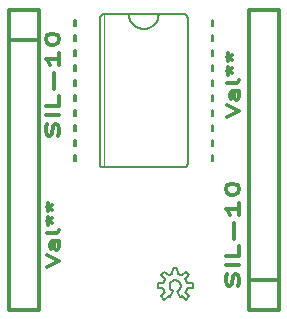
<source format=gto>
G04 ( created by brdgerber.py ( brdgerber.py v0.1 2014-03-12 ) ) date 2021-02-10 09:33:24 EST*
G04 Gerber Fmt 3.4, Leading zero omitted, Abs format*
%MOIN*%
%FSLAX34Y34*%
G01*
G70*
G90*
G04 APERTURE LIST*
%ADD20C,0.0059*%
%ADD18C,0.0472*%
%ADD13C,0.0020*%
%ADD14R,0.0550X0.0550*%
%ADD15C,0.0550*%
%ADD12C,0.0060*%
%ADD10R,0.0800X0.0260*%
%ADD17C,0.0200*%
%ADD16C,0.0120*%
%ADD11C,0.0050*%
%ADD19C,0.0000*%
G04 APERTURE END LIST*
G54D20*
D12*
G01X-00530Y00390D02*
G01X-00530Y05210D01*
D12*
G01X-03470Y00390D02*
G01X-03470Y00386D01*
G01X-03470Y00383D01*
G01X-03470Y00379D01*
G01X-03469Y00375D01*
G01X-03469Y00372D01*
G01X-03468Y00368D01*
G01X-03468Y00364D01*
G01X-03467Y00361D01*
G01X-03466Y00357D01*
G01X-03466Y00354D01*
G01X-03465Y00350D01*
G01X-03464Y00346D01*
G01X-03462Y00343D01*
G01X-03461Y00339D01*
G01X-03460Y00336D01*
G01X-03459Y00333D01*
G01X-03457Y00329D01*
G01X-03456Y00326D01*
G01X-03454Y00323D01*
G01X-03452Y00319D01*
G01X-03451Y00316D01*
G01X-03449Y00313D01*
G01X-03447Y00310D01*
G01X-03445Y00307D01*
G01X-03443Y00304D01*
G01X-03440Y00301D01*
G01X-03438Y00298D01*
G01X-03436Y00295D01*
G01X-03434Y00292D01*
G01X-03431Y00289D01*
G01X-03429Y00287D01*
G01X-03426Y00284D01*
G01X-03423Y00281D01*
G01X-03421Y00279D01*
G01X-03418Y00276D01*
G01X-03415Y00274D01*
G01X-03412Y00272D01*
G01X-03409Y00270D01*
G01X-03406Y00267D01*
G01X-03403Y00265D01*
G01X-03400Y00263D01*
G01X-03397Y00261D01*
G01X-03394Y00259D01*
G01X-03391Y00258D01*
G01X-03387Y00256D01*
G01X-03384Y00254D01*
G01X-03381Y00253D01*
G01X-03377Y00251D01*
G01X-03374Y00250D01*
G01X-03371Y00249D01*
G01X-03367Y00248D01*
G01X-03364Y00246D01*
G01X-03360Y00245D01*
G01X-03356Y00244D01*
G01X-03353Y00244D01*
G01X-03349Y00243D01*
G01X-03346Y00242D01*
G01X-03342Y00242D01*
G01X-03338Y00241D01*
G01X-03335Y00241D01*
G01X-03331Y00240D01*
G01X-03327Y00240D01*
G01X-03324Y00240D01*
G01X-03320Y00240D01*
D12*
G01X-00680Y05360D02*
G01X-00676Y05360D01*
G01X-00673Y05360D01*
G01X-00669Y05360D01*
G01X-00665Y05359D01*
G01X-00662Y05359D01*
G01X-00658Y05358D01*
G01X-00654Y05358D01*
G01X-00651Y05357D01*
G01X-00647Y05356D01*
G01X-00644Y05356D01*
G01X-00640Y05355D01*
G01X-00636Y05354D01*
G01X-00633Y05352D01*
G01X-00629Y05351D01*
G01X-00626Y05350D01*
G01X-00623Y05349D01*
G01X-00619Y05347D01*
G01X-00616Y05346D01*
G01X-00613Y05344D01*
G01X-00609Y05342D01*
G01X-00606Y05341D01*
G01X-00603Y05339D01*
G01X-00600Y05337D01*
G01X-00597Y05335D01*
G01X-00594Y05333D01*
G01X-00591Y05330D01*
G01X-00588Y05328D01*
G01X-00585Y05326D01*
G01X-00582Y05324D01*
G01X-00579Y05321D01*
G01X-00577Y05319D01*
G01X-00574Y05316D01*
G01X-00571Y05313D01*
G01X-00569Y05311D01*
G01X-00566Y05308D01*
G01X-00564Y05305D01*
G01X-00562Y05302D01*
G01X-00560Y05299D01*
G01X-00557Y05296D01*
G01X-00555Y05293D01*
G01X-00553Y05290D01*
G01X-00551Y05287D01*
G01X-00549Y05284D01*
G01X-00548Y05281D01*
G01X-00546Y05277D01*
G01X-00544Y05274D01*
G01X-00543Y05271D01*
G01X-00541Y05267D01*
G01X-00540Y05264D01*
G01X-00539Y05261D01*
G01X-00538Y05257D01*
G01X-00536Y05254D01*
G01X-00535Y05250D01*
G01X-00534Y05246D01*
G01X-00534Y05243D01*
G01X-00533Y05239D01*
G01X-00532Y05236D01*
G01X-00532Y05232D01*
G01X-00531Y05228D01*
G01X-00531Y05225D01*
G01X-00530Y05221D01*
G01X-00530Y05217D01*
G01X-00530Y05214D01*
G01X-00530Y05210D01*
D12*
G01X-00530Y00390D02*
G01X-00530Y00386D01*
G01X-00530Y00383D01*
G01X-00530Y00379D01*
G01X-00531Y00375D01*
G01X-00531Y00372D01*
G01X-00532Y00368D01*
G01X-00532Y00364D01*
G01X-00533Y00361D01*
G01X-00534Y00357D01*
G01X-00534Y00354D01*
G01X-00535Y00350D01*
G01X-00536Y00346D01*
G01X-00538Y00343D01*
G01X-00539Y00339D01*
G01X-00540Y00336D01*
G01X-00541Y00333D01*
G01X-00543Y00329D01*
G01X-00544Y00326D01*
G01X-00546Y00323D01*
G01X-00548Y00319D01*
G01X-00549Y00316D01*
G01X-00551Y00313D01*
G01X-00553Y00310D01*
G01X-00555Y00307D01*
G01X-00557Y00304D01*
G01X-00560Y00301D01*
G01X-00562Y00298D01*
G01X-00564Y00295D01*
G01X-00566Y00292D01*
G01X-00569Y00289D01*
G01X-00571Y00287D01*
G01X-00574Y00284D01*
G01X-00577Y00281D01*
G01X-00579Y00279D01*
G01X-00582Y00276D01*
G01X-00585Y00274D01*
G01X-00588Y00272D01*
G01X-00591Y00270D01*
G01X-00594Y00267D01*
G01X-00597Y00265D01*
G01X-00600Y00263D01*
G01X-00603Y00261D01*
G01X-00606Y00259D01*
G01X-00609Y00258D01*
G01X-00613Y00256D01*
G01X-00616Y00254D01*
G01X-00619Y00253D01*
G01X-00623Y00251D01*
G01X-00626Y00250D01*
G01X-00629Y00249D01*
G01X-00633Y00248D01*
G01X-00636Y00246D01*
G01X-00640Y00245D01*
G01X-00644Y00244D01*
G01X-00647Y00244D01*
G01X-00651Y00243D01*
G01X-00654Y00242D01*
G01X-00658Y00242D01*
G01X-00662Y00241D01*
G01X-00665Y00241D01*
G01X-00669Y00240D01*
G01X-00673Y00240D01*
G01X-00676Y00240D01*
G01X-00680Y00240D01*
D12*
G01X-03320Y05360D02*
G01X-03324Y05360D01*
G01X-03327Y05360D01*
G01X-03331Y05360D01*
G01X-03335Y05359D01*
G01X-03338Y05359D01*
G01X-03342Y05358D01*
G01X-03346Y05358D01*
G01X-03349Y05357D01*
G01X-03353Y05356D01*
G01X-03356Y05356D01*
G01X-03360Y05355D01*
G01X-03364Y05354D01*
G01X-03367Y05352D01*
G01X-03371Y05351D01*
G01X-03374Y05350D01*
G01X-03377Y05349D01*
G01X-03381Y05347D01*
G01X-03384Y05346D01*
G01X-03387Y05344D01*
G01X-03391Y05342D01*
G01X-03394Y05341D01*
G01X-03397Y05339D01*
G01X-03400Y05337D01*
G01X-03403Y05335D01*
G01X-03406Y05333D01*
G01X-03409Y05330D01*
G01X-03412Y05328D01*
G01X-03415Y05326D01*
G01X-03418Y05324D01*
G01X-03421Y05321D01*
G01X-03423Y05319D01*
G01X-03426Y05316D01*
G01X-03429Y05313D01*
G01X-03431Y05311D01*
G01X-03434Y05308D01*
G01X-03436Y05305D01*
G01X-03438Y05302D01*
G01X-03440Y05299D01*
G01X-03443Y05296D01*
G01X-03445Y05293D01*
G01X-03447Y05290D01*
G01X-03449Y05287D01*
G01X-03451Y05284D01*
G01X-03452Y05281D01*
G01X-03454Y05277D01*
G01X-03456Y05274D01*
G01X-03457Y05271D01*
G01X-03459Y05267D01*
G01X-03460Y05264D01*
G01X-03461Y05261D01*
G01X-03462Y05257D01*
G01X-03464Y05254D01*
G01X-03465Y05250D01*
G01X-03466Y05246D01*
G01X-03466Y05243D01*
G01X-03467Y05239D01*
G01X-03468Y05236D01*
G01X-03468Y05232D01*
G01X-03469Y05228D01*
G01X-03469Y05225D01*
G01X-03470Y05221D01*
G01X-03470Y05217D01*
G01X-03470Y05214D01*
G01X-03470Y05210D01*
D12*
G01X-03470Y05210D02*
G01X-03470Y00390D01*
D12*
G01X-03320Y00240D02*
G01X-00680Y00240D01*
D12*
G01X-00680Y05360D02*
G01X-01500Y05360D01*
D12*
G01X-01500Y05360D02*
G01X-02500Y05360D01*
D12*
G01X-02500Y05360D02*
G01X-03320Y05360D01*
D13*
G01X-03330Y05350D02*
G01X-03330Y00250D01*
D12*
G01X-01500Y05360D02*
G01X-01501Y05335D01*
G01X-01502Y05311D01*
G01X-01505Y05287D01*
G01X-01510Y05262D01*
G01X-01515Y05239D01*
G01X-01522Y05215D01*
G01X-01529Y05192D01*
G01X-01538Y05169D01*
G01X-01548Y05146D01*
G01X-01559Y05124D01*
G01X-01571Y05103D01*
G01X-01584Y05082D01*
G01X-01598Y05062D01*
G01X-01613Y05043D01*
G01X-01630Y05024D01*
G01X-01646Y05006D01*
G01X-01664Y04990D01*
G01X-01683Y04973D01*
G01X-01702Y04958D01*
G01X-01722Y04944D01*
G01X-01743Y04931D01*
G01X-01764Y04919D01*
G01X-01786Y04908D01*
G01X-01809Y04898D01*
G01X-01832Y04889D01*
G01X-01855Y04882D01*
G01X-01879Y04875D01*
G01X-01902Y04870D01*
G01X-01927Y04865D01*
G01X-01951Y04862D01*
G01X-01975Y04861D01*
G01X-02000Y04860D01*
G01X-02025Y04861D01*
G01X-02049Y04862D01*
G01X-02073Y04865D01*
G01X-02098Y04870D01*
G01X-02121Y04875D01*
G01X-02145Y04882D01*
G01X-02168Y04889D01*
G01X-02191Y04898D01*
G01X-02214Y04908D01*
G01X-02236Y04919D01*
G01X-02257Y04931D01*
G01X-02278Y04944D01*
G01X-02298Y04958D01*
G01X-02317Y04973D01*
G01X-02336Y04990D01*
G01X-02354Y05006D01*
G01X-02370Y05024D01*
G01X-02387Y05043D01*
G01X-02402Y05062D01*
G01X-02416Y05082D01*
G01X-02429Y05103D01*
G01X-02441Y05124D01*
G01X-02452Y05146D01*
G01X-02462Y05169D01*
G01X-02471Y05192D01*
G01X-02478Y05215D01*
G01X-02485Y05239D01*
G01X-02490Y05262D01*
G01X-02495Y05287D01*
G01X-02498Y05311D01*
G01X-02499Y05335D01*
G01X-02500Y05360D01*
D11*
G01X-04320Y05150D02*
G01X-04320Y04950D01*
D11*
G01X-04320Y04950D02*
G01X-04270Y04950D01*
D11*
G01X-04270Y04950D02*
G01X-04270Y05150D01*
D11*
G01X-04270Y05150D02*
G01X-04320Y05150D01*
D11*
G01X-04320Y04650D02*
G01X-04320Y04450D01*
D11*
G01X-04320Y04450D02*
G01X-04270Y04450D01*
D11*
G01X-04270Y04450D02*
G01X-04270Y04650D01*
D11*
G01X-04270Y04650D02*
G01X-04320Y04650D01*
D11*
G01X-04320Y04150D02*
G01X-04320Y03950D01*
D11*
G01X-04320Y03950D02*
G01X-04270Y03950D01*
D11*
G01X-04270Y03950D02*
G01X-04270Y04150D01*
D11*
G01X-04270Y04150D02*
G01X-04320Y04150D01*
D11*
G01X-04320Y03650D02*
G01X-04320Y03450D01*
D11*
G01X-04320Y03450D02*
G01X-04270Y03450D01*
D11*
G01X-04270Y03450D02*
G01X-04270Y03650D01*
D11*
G01X-04270Y03650D02*
G01X-04320Y03650D01*
D11*
G01X-04320Y03150D02*
G01X-04320Y02950D01*
D11*
G01X-04320Y02950D02*
G01X-04270Y02950D01*
D11*
G01X-04270Y02950D02*
G01X-04270Y03150D01*
D11*
G01X-04270Y03150D02*
G01X-04320Y03150D01*
D11*
G01X-04320Y02650D02*
G01X-04320Y02450D01*
D11*
G01X-04320Y02450D02*
G01X-04270Y02450D01*
D11*
G01X-04270Y02450D02*
G01X-04270Y02650D01*
D11*
G01X-04270Y02650D02*
G01X-04320Y02650D01*
D11*
G01X-04320Y02150D02*
G01X-04320Y01950D01*
D11*
G01X-04320Y01950D02*
G01X-04270Y01950D01*
D11*
G01X-04270Y01950D02*
G01X-04270Y02150D01*
D11*
G01X-04270Y02150D02*
G01X-04320Y02150D01*
D11*
G01X-04320Y01650D02*
G01X-04320Y01450D01*
D11*
G01X-04320Y01450D02*
G01X-04270Y01450D01*
D11*
G01X-04270Y01450D02*
G01X-04270Y01650D01*
D11*
G01X-04270Y01650D02*
G01X-04320Y01650D01*
D11*
G01X00270Y05150D02*
G01X00270Y04950D01*
D11*
G01X00270Y04950D02*
G01X00320Y04950D01*
D11*
G01X00320Y04950D02*
G01X00320Y05150D01*
D11*
G01X00320Y05150D02*
G01X00270Y05150D01*
D11*
G01X00270Y04650D02*
G01X00270Y04450D01*
D11*
G01X00270Y04450D02*
G01X00320Y04450D01*
D11*
G01X00320Y04450D02*
G01X00320Y04650D01*
D11*
G01X00320Y04650D02*
G01X00270Y04650D01*
D11*
G01X00270Y04150D02*
G01X00270Y03950D01*
D11*
G01X00270Y03950D02*
G01X00320Y03950D01*
D11*
G01X00320Y03950D02*
G01X00320Y04150D01*
D11*
G01X00320Y04150D02*
G01X00270Y04150D01*
D11*
G01X00270Y03650D02*
G01X00270Y03450D01*
D11*
G01X00270Y03450D02*
G01X00320Y03450D01*
D11*
G01X00320Y03450D02*
G01X00320Y03650D01*
D11*
G01X00320Y03650D02*
G01X00270Y03650D01*
D11*
G01X00270Y03150D02*
G01X00270Y02950D01*
D11*
G01X00270Y02950D02*
G01X00320Y02950D01*
D11*
G01X00320Y02950D02*
G01X00320Y03150D01*
D11*
G01X00320Y03150D02*
G01X00270Y03150D01*
D11*
G01X00270Y02650D02*
G01X00270Y02450D01*
D11*
G01X00270Y02450D02*
G01X00320Y02450D01*
D11*
G01X00320Y02450D02*
G01X00320Y02650D01*
D11*
G01X00320Y02650D02*
G01X00270Y02650D01*
D11*
G01X00270Y02150D02*
G01X00270Y01950D01*
D11*
G01X00270Y01950D02*
G01X00320Y01950D01*
D11*
G01X00320Y01950D02*
G01X00320Y02150D01*
D11*
G01X00320Y02150D02*
G01X00270Y02150D01*
D11*
G01X00270Y01650D02*
G01X00270Y01450D01*
D11*
G01X00270Y01450D02*
G01X00320Y01450D01*
D11*
G01X00320Y01450D02*
G01X00320Y01650D01*
D11*
G01X00320Y01650D02*
G01X00270Y01650D01*
D11*
G01X00270Y01150D02*
G01X00270Y00950D01*
D11*
G01X00270Y00950D02*
G01X00320Y00950D01*
D11*
G01X00320Y00950D02*
G01X00320Y01150D01*
D11*
G01X00320Y01150D02*
G01X00270Y01150D01*
D11*
G01X00270Y00650D02*
G01X00270Y00450D01*
D11*
G01X00270Y00450D02*
G01X00320Y00450D01*
D11*
G01X00320Y00450D02*
G01X00320Y00650D01*
D11*
G01X00320Y00650D02*
G01X00270Y00650D01*
D11*
G01X-04320Y01150D02*
G01X-04320Y00950D01*
D11*
G01X-04320Y00950D02*
G01X-04270Y00950D01*
D11*
G01X-04270Y00950D02*
G01X-04270Y01150D01*
D11*
G01X-04270Y01150D02*
G01X-04320Y01150D01*
D11*
G01X-04320Y00650D02*
G01X-04320Y00450D01*
D11*
G01X-04320Y00450D02*
G01X-04270Y00450D01*
D11*
G01X-04270Y00450D02*
G01X-04270Y00650D01*
D11*
G01X-04270Y00650D02*
G01X-04320Y00650D01*
D16*
G01X02500Y-04500D02*
G01X01500Y-04500D01*
D16*
G01X01500Y-04500D02*
G01X01500Y05500D01*
D16*
G01X01500Y05500D02*
G01X02500Y05500D01*
D16*
G01X02500Y05500D02*
G01X02500Y-04500D01*
D16*
G01X02500Y-03500D02*
G01X01500Y-03500D01*
D16*
G01X01153Y-03703D02*
G01X01173Y-03605D01*
G01X01173Y-03443D01*
G01X01153Y-03378D01*
G01X01132Y-03346D01*
G01X01092Y-03313D01*
G01X01051Y-03313D01*
G01X01010Y-03346D01*
G01X00990Y-03378D01*
G01X00969Y-03443D01*
G01X00949Y-03573D01*
G01X00929Y-03638D01*
G01X00908Y-03670D01*
G01X00868Y-03703D01*
G01X00827Y-03703D01*
G01X00786Y-03670D01*
G01X00766Y-03638D01*
G01X00745Y-03573D01*
G01X00745Y-03411D01*
G01X00766Y-03313D01*
D16*
G01X01173Y-03022D02*
G01X00745Y-03022D01*
D16*
G01X01173Y-02373D02*
G01X01173Y-02697D01*
G01X00745Y-02697D01*
D16*
G01X01010Y-02146D02*
G01X01010Y-01627D01*
D16*
G01X01173Y-00946D02*
G01X01173Y-01335D01*
D16*
G01X01173Y-01141D02*
G01X00745Y-01141D01*
G01X00806Y-01206D01*
G01X00847Y-01270D01*
G01X00868Y-01335D01*
D16*
G01X00745Y-00525D02*
G01X00745Y-00460D01*
G01X00766Y-00395D01*
G01X00786Y-00362D01*
G01X00827Y-00330D01*
G01X00908Y-00298D01*
G01X01010Y-00298D01*
G01X01092Y-00330D01*
G01X01132Y-00362D01*
G01X01153Y-00395D01*
G01X01173Y-00460D01*
G01X01173Y-00525D01*
G01X01153Y-00589D01*
G01X01132Y-00622D01*
G01X01092Y-00654D01*
G01X01010Y-00687D01*
G01X00908Y-00687D01*
G01X00827Y-00654D01*
G01X00786Y-00622D01*
G01X00766Y-00589D01*
G01X00745Y-00525D01*
D16*
G01X00762Y01914D02*
G01X01162Y02114D01*
G01X00762Y02314D01*
D16*
G01X01162Y02771D02*
G01X00952Y02771D01*
G01X00914Y02743D01*
G01X00895Y02686D01*
G01X00895Y02571D01*
G01X00914Y02514D01*
D16*
G01X01143Y02771D02*
G01X01162Y02714D01*
G01X01162Y02571D01*
G01X01143Y02514D01*
G01X01105Y02486D01*
G01X01067Y02486D01*
G01X01029Y02514D01*
G01X01010Y02571D01*
G01X01010Y02714D01*
G01X00990Y02771D01*
D16*
G01X01162Y03143D02*
G01X01143Y03086D01*
G01X01105Y03057D01*
G01X00762Y03057D01*
D16*
G01X00762Y03457D02*
G01X00857Y03457D01*
D16*
G01X00819Y03314D02*
G01X00857Y03457D01*
G01X00819Y03600D01*
D16*
G01X00933Y03371D02*
G01X00857Y03457D01*
G01X00933Y03543D01*
D16*
G01X00762Y03914D02*
G01X00857Y03914D01*
D16*
G01X00819Y03771D02*
G01X00857Y03914D01*
G01X00819Y04057D01*
D16*
G01X00933Y03829D02*
G01X00857Y03914D01*
G01X00933Y04000D01*
D16*
G01X-06500Y05500D02*
G01X-05500Y05500D01*
D16*
G01X-05500Y05500D02*
G01X-05500Y-04500D01*
D16*
G01X-05500Y-04500D02*
G01X-06500Y-04500D01*
D16*
G01X-06500Y-04500D02*
G01X-06500Y05500D01*
D16*
G01X-06500Y04500D02*
G01X-05500Y04500D01*
D16*
G01X-04847Y01298D02*
G01X-04827Y01395D01*
G01X-04827Y01557D01*
G01X-04847Y01622D01*
G01X-04868Y01654D01*
G01X-04908Y01687D01*
G01X-04949Y01687D01*
G01X-04990Y01654D01*
G01X-05010Y01622D01*
G01X-05031Y01557D01*
G01X-05051Y01427D01*
G01X-05071Y01362D01*
G01X-05092Y01330D01*
G01X-05132Y01298D01*
G01X-05173Y01298D01*
G01X-05214Y01330D01*
G01X-05234Y01362D01*
G01X-05255Y01427D01*
G01X-05255Y01589D01*
G01X-05234Y01687D01*
D16*
G01X-04827Y01978D02*
G01X-05255Y01978D01*
D16*
G01X-04827Y02627D02*
G01X-04827Y02303D01*
G01X-05255Y02303D01*
D16*
G01X-04990Y02854D02*
G01X-04990Y03373D01*
D16*
G01X-04827Y04054D02*
G01X-04827Y03665D01*
D16*
G01X-04827Y03859D02*
G01X-05255Y03859D01*
G01X-05194Y03795D01*
G01X-05153Y03730D01*
G01X-05132Y03665D01*
D16*
G01X-05255Y04476D02*
G01X-05255Y04540D01*
G01X-05234Y04605D01*
G01X-05214Y04638D01*
G01X-05173Y04670D01*
G01X-05092Y04703D01*
G01X-04990Y04703D01*
G01X-04908Y04670D01*
G01X-04868Y04638D01*
G01X-04847Y04605D01*
G01X-04827Y04540D01*
G01X-04827Y04476D01*
G01X-04847Y04411D01*
G01X-04868Y04378D01*
G01X-04908Y04346D01*
G01X-04990Y04313D01*
G01X-05092Y04313D01*
G01X-05173Y04346D01*
G01X-05214Y04378D01*
G01X-05234Y04411D01*
G01X-05255Y04476D01*
D16*
G01X-05238Y-03086D02*
G01X-04838Y-02886D01*
G01X-05238Y-02686D01*
D16*
G01X-04838Y-02229D02*
G01X-05048Y-02229D01*
G01X-05086Y-02257D01*
G01X-05105Y-02314D01*
G01X-05105Y-02429D01*
G01X-05086Y-02486D01*
D16*
G01X-04857Y-02229D02*
G01X-04838Y-02286D01*
G01X-04838Y-02429D01*
G01X-04857Y-02486D01*
G01X-04895Y-02514D01*
G01X-04933Y-02514D01*
G01X-04971Y-02486D01*
G01X-04990Y-02429D01*
G01X-04990Y-02286D01*
G01X-05010Y-02229D01*
D16*
G01X-04838Y-01857D02*
G01X-04857Y-01914D01*
G01X-04895Y-01943D01*
G01X-05238Y-01943D01*
D16*
G01X-05238Y-01543D02*
G01X-05143Y-01543D01*
D16*
G01X-05181Y-01686D02*
G01X-05143Y-01543D01*
G01X-05181Y-01400D01*
D16*
G01X-05067Y-01629D02*
G01X-05143Y-01543D01*
G01X-05067Y-01457D01*
D16*
G01X-05238Y-01086D02*
G01X-05143Y-01086D01*
D16*
G01X-05181Y-01229D02*
G01X-05143Y-01086D01*
G01X-05181Y-00943D01*
D16*
G01X-05067Y-01171D02*
G01X-05143Y-01086D01*
G01X-05067Y-01000D01*
D20*
G01X-00795Y-04075D02*
G01X-00794Y-04075D01*
G01X-00793Y-04074D01*
G01X-00792Y-04074D01*
G01X-00791Y-04073D01*
G01X-00790Y-04073D01*
G01X-00789Y-04073D01*
G01X-00788Y-04072D01*
G01X-00787Y-04072D01*
G01X-00786Y-04071D01*
G01X-00785Y-04071D01*
G01X-00784Y-04070D01*
G01X-00784Y-04070D01*
G01X-00783Y-04070D01*
G01X-00782Y-04069D01*
G01X-00781Y-04069D01*
G01X-00780Y-04068D01*
G01X-00779Y-04068D01*
G01X-00778Y-04067D01*
G01X-00777Y-04067D01*
G01X-00776Y-04067D01*
G01X-00775Y-04066D01*
G01X-00774Y-04066D01*
G01X-00773Y-04065D01*
G01X-00772Y-04065D01*
G01X-00771Y-04064D01*
G01X-00770Y-04064D01*
G01X-00769Y-04063D01*
G01X-00769Y-04063D01*
G01X-00768Y-04062D01*
G01X-00767Y-04062D01*
G01X-00766Y-04062D01*
G01X-00765Y-04061D01*
G01X-00764Y-04061D01*
G01X-00763Y-04060D01*
G01X-00762Y-04060D01*
G01X-00761Y-04059D01*
G01X-00760Y-04059D01*
G01X-00759Y-04058D01*
G01X-00758Y-04058D01*
G01X-00757Y-04057D01*
G01X-00757Y-04057D01*
G01X-00756Y-04056D01*
G01X-00755Y-04056D01*
G01X-00754Y-04055D01*
G01X-00753Y-04055D01*
G01X-00752Y-04054D01*
G01X-00751Y-04054D01*
G01X-00750Y-04053D01*
G01X-00749Y-04053D01*
G01X-00748Y-04052D01*
G01X-00747Y-04052D01*
G01X-00747Y-04051D01*
G01X-00746Y-04051D01*
G01X-00745Y-04050D01*
G01X-00744Y-04049D01*
G01X-00743Y-04049D01*
G01X-00742Y-04048D01*
G01X-00741Y-04048D01*
G01X-00740Y-04047D01*
G01X-00739Y-04047D01*
G01X-00738Y-04046D01*
G01X-00738Y-04046D01*
G01X-00737Y-04045D01*
G01X-00736Y-04045D01*
D20*
G01X-00735Y-04044D02*
G01X-00587Y-04165D01*
D20*
G01X-00587Y-04165D02*
G01X-00485Y-04063D01*
D20*
G01X-00485Y-04063D02*
G01X-00606Y-03915D01*
D20*
G01X-00606Y-03915D02*
G01X-00605Y-03913D01*
G01X-00604Y-03911D01*
G01X-00603Y-03910D01*
G01X-00602Y-03908D01*
G01X-00601Y-03906D01*
G01X-00599Y-03904D01*
G01X-00598Y-03902D01*
G01X-00597Y-03901D01*
G01X-00596Y-03899D01*
G01X-00595Y-03897D01*
G01X-00594Y-03895D01*
G01X-00593Y-03893D01*
G01X-00592Y-03891D01*
G01X-00591Y-03890D01*
G01X-00590Y-03888D01*
G01X-00589Y-03886D01*
G01X-00588Y-03884D01*
G01X-00587Y-03882D01*
G01X-00587Y-03880D01*
G01X-00586Y-03878D01*
G01X-00585Y-03876D01*
G01X-00584Y-03874D01*
G01X-00583Y-03873D01*
G01X-00582Y-03871D01*
G01X-00581Y-03869D01*
G01X-00580Y-03867D01*
G01X-00579Y-03865D01*
G01X-00579Y-03863D01*
G01X-00578Y-03861D01*
G01X-00577Y-03859D01*
G01X-00576Y-03857D01*
G01X-00575Y-03855D01*
G01X-00574Y-03853D01*
G01X-00574Y-03851D01*
G01X-00573Y-03849D01*
G01X-00572Y-03847D01*
G01X-00571Y-03846D01*
G01X-00571Y-03844D01*
G01X-00570Y-03842D01*
G01X-00569Y-03840D01*
G01X-00568Y-03838D01*
G01X-00568Y-03836D01*
G01X-00567Y-03834D01*
G01X-00566Y-03832D01*
G01X-00566Y-03830D01*
G01X-00565Y-03828D01*
G01X-00564Y-03826D01*
G01X-00564Y-03824D01*
G01X-00563Y-03822D01*
G01X-00562Y-03820D01*
G01X-00562Y-03818D01*
G01X-00561Y-03816D01*
G01X-00561Y-03814D01*
G01X-00560Y-03812D01*
G01X-00559Y-03810D01*
G01X-00559Y-03808D01*
G01X-00558Y-03806D01*
G01X-00558Y-03804D01*
G01X-00557Y-03801D01*
G01X-00557Y-03799D01*
G01X-00556Y-03797D01*
G01X-00556Y-03795D01*
G01X-00555Y-03793D01*
G01X-00555Y-03791D01*
D20*
G01X-00555Y-03791D02*
G01X-00364Y-03771D01*
D20*
G01X-00364Y-03771D02*
G01X-00364Y-03629D01*
D20*
G01X-00364Y-03629D02*
G01X-00555Y-03609D01*
D20*
G01X-00555Y-03609D02*
G01X-00555Y-03607D01*
G01X-00556Y-03605D01*
G01X-00556Y-03603D01*
G01X-00557Y-03601D01*
G01X-00557Y-03599D01*
G01X-00558Y-03597D01*
G01X-00559Y-03595D01*
G01X-00559Y-03593D01*
G01X-00560Y-03591D01*
G01X-00560Y-03589D01*
G01X-00561Y-03587D01*
G01X-00561Y-03585D01*
G01X-00562Y-03583D01*
G01X-00563Y-03581D01*
G01X-00563Y-03579D01*
G01X-00564Y-03577D01*
G01X-00565Y-03575D01*
G01X-00565Y-03573D01*
G01X-00566Y-03571D01*
G01X-00567Y-03569D01*
G01X-00567Y-03567D01*
G01X-00568Y-03565D01*
G01X-00569Y-03563D01*
G01X-00569Y-03561D01*
G01X-00570Y-03559D01*
G01X-00571Y-03557D01*
G01X-00572Y-03555D01*
G01X-00572Y-03553D01*
G01X-00573Y-03551D01*
G01X-00574Y-03549D01*
G01X-00575Y-03547D01*
G01X-00575Y-03545D01*
G01X-00576Y-03543D01*
G01X-00577Y-03541D01*
G01X-00578Y-03539D01*
G01X-00579Y-03537D01*
G01X-00580Y-03535D01*
G01X-00580Y-03533D01*
G01X-00581Y-03532D01*
G01X-00582Y-03530D01*
G01X-00583Y-03528D01*
G01X-00584Y-03526D01*
G01X-00585Y-03524D01*
G01X-00586Y-03522D01*
G01X-00587Y-03520D01*
G01X-00588Y-03518D01*
G01X-00589Y-03516D01*
G01X-00590Y-03515D01*
G01X-00591Y-03513D01*
G01X-00591Y-03511D01*
G01X-00592Y-03509D01*
G01X-00593Y-03507D01*
G01X-00594Y-03505D01*
G01X-00595Y-03503D01*
G01X-00597Y-03502D01*
G01X-00598Y-03500D01*
G01X-00599Y-03498D01*
G01X-00600Y-03496D01*
G01X-00601Y-03494D01*
G01X-00602Y-03493D01*
G01X-00603Y-03491D01*
G01X-00604Y-03489D01*
G01X-00605Y-03487D01*
G01X-00606Y-03485D01*
D20*
G01X-00606Y-03485D02*
G01X-00485Y-03337D01*
D20*
G01X-00485Y-03337D02*
G01X-00587Y-03235D01*
D20*
G01X-00587Y-03235D02*
G01X-00735Y-03356D01*
D20*
G01X-00735Y-03356D02*
G01X-00737Y-03355D01*
G01X-00739Y-03354D01*
G01X-00740Y-03353D01*
G01X-00742Y-03352D01*
G01X-00744Y-03351D01*
G01X-00746Y-03349D01*
G01X-00748Y-03348D01*
G01X-00749Y-03347D01*
G01X-00751Y-03346D01*
G01X-00753Y-03345D01*
G01X-00755Y-03344D01*
G01X-00757Y-03343D01*
G01X-00759Y-03342D01*
G01X-00760Y-03341D01*
G01X-00762Y-03340D01*
G01X-00764Y-03339D01*
G01X-00766Y-03338D01*
G01X-00768Y-03337D01*
G01X-00770Y-03337D01*
G01X-00772Y-03336D01*
G01X-00774Y-03335D01*
G01X-00776Y-03334D01*
G01X-00777Y-03333D01*
G01X-00779Y-03332D01*
G01X-00781Y-03331D01*
G01X-00783Y-03330D01*
G01X-00785Y-03329D01*
G01X-00787Y-03329D01*
G01X-00789Y-03328D01*
G01X-00791Y-03327D01*
G01X-00793Y-03326D01*
G01X-00795Y-03325D01*
G01X-00797Y-03324D01*
G01X-00799Y-03324D01*
G01X-00801Y-03323D01*
G01X-00803Y-03322D01*
G01X-00804Y-03321D01*
G01X-00806Y-03321D01*
G01X-00808Y-03320D01*
G01X-00810Y-03319D01*
G01X-00812Y-03318D01*
G01X-00814Y-03318D01*
G01X-00816Y-03317D01*
G01X-00818Y-03316D01*
G01X-00820Y-03316D01*
G01X-00822Y-03315D01*
G01X-00824Y-03314D01*
G01X-00826Y-03314D01*
G01X-00828Y-03313D01*
G01X-00830Y-03312D01*
G01X-00832Y-03312D01*
G01X-00834Y-03311D01*
G01X-00836Y-03311D01*
G01X-00838Y-03310D01*
G01X-00840Y-03309D01*
G01X-00842Y-03309D01*
G01X-00844Y-03308D01*
G01X-00846Y-03308D01*
G01X-00849Y-03307D01*
G01X-00851Y-03307D01*
G01X-00853Y-03306D01*
G01X-00855Y-03306D01*
G01X-00857Y-03305D01*
G01X-00859Y-03305D01*
D20*
G01X-00859Y-03305D02*
G01X-00879Y-03114D01*
D20*
G01X-00879Y-03114D02*
G01X-01021Y-03114D01*
D20*
G01X-01021Y-03114D02*
G01X-01041Y-03305D01*
D20*
G01X-01041Y-03305D02*
G01X-01043Y-03305D01*
G01X-01045Y-03306D01*
G01X-01047Y-03306D01*
G01X-01049Y-03307D01*
G01X-01051Y-03307D01*
G01X-01053Y-03308D01*
G01X-01055Y-03309D01*
G01X-01057Y-03309D01*
G01X-01059Y-03310D01*
G01X-01061Y-03310D01*
G01X-01063Y-03311D01*
G01X-01065Y-03311D01*
G01X-01067Y-03312D01*
G01X-01069Y-03313D01*
G01X-01071Y-03313D01*
G01X-01073Y-03314D01*
G01X-01075Y-03315D01*
G01X-01077Y-03315D01*
G01X-01079Y-03316D01*
G01X-01081Y-03317D01*
G01X-01083Y-03317D01*
G01X-01085Y-03318D01*
G01X-01087Y-03319D01*
G01X-01089Y-03319D01*
G01X-01091Y-03320D01*
G01X-01093Y-03321D01*
G01X-01095Y-03322D01*
G01X-01097Y-03322D01*
G01X-01099Y-03323D01*
G01X-01101Y-03324D01*
G01X-01103Y-03325D01*
G01X-01105Y-03325D01*
G01X-01107Y-03326D01*
G01X-01109Y-03327D01*
G01X-01111Y-03328D01*
G01X-01113Y-03329D01*
G01X-01115Y-03330D01*
G01X-01117Y-03330D01*
G01X-01118Y-03331D01*
G01X-01120Y-03332D01*
G01X-01122Y-03333D01*
G01X-01124Y-03334D01*
G01X-01126Y-03335D01*
G01X-01128Y-03336D01*
G01X-01130Y-03337D01*
G01X-01132Y-03338D01*
G01X-01134Y-03339D01*
G01X-01135Y-03340D01*
G01X-01137Y-03341D01*
G01X-01139Y-03341D01*
G01X-01141Y-03342D01*
G01X-01143Y-03343D01*
G01X-01145Y-03344D01*
G01X-01147Y-03345D01*
G01X-01148Y-03347D01*
G01X-01150Y-03348D01*
G01X-01152Y-03349D01*
G01X-01154Y-03350D01*
G01X-01156Y-03351D01*
G01X-01157Y-03352D01*
G01X-01159Y-03353D01*
G01X-01161Y-03354D01*
G01X-01163Y-03355D01*
G01X-01165Y-03356D01*
D20*
G01X-01165Y-03356D02*
G01X-01313Y-03235D01*
D20*
G01X-01313Y-03235D02*
G01X-01415Y-03337D01*
D20*
G01X-01415Y-03337D02*
G01X-01294Y-03485D01*
D20*
G01X-01294Y-03485D02*
G01X-01295Y-03487D01*
G01X-01296Y-03489D01*
G01X-01297Y-03490D01*
G01X-01298Y-03492D01*
G01X-01299Y-03494D01*
G01X-01301Y-03496D01*
G01X-01302Y-03498D01*
G01X-01303Y-03499D01*
G01X-01304Y-03501D01*
G01X-01305Y-03503D01*
G01X-01306Y-03505D01*
G01X-01307Y-03507D01*
G01X-01308Y-03509D01*
G01X-01309Y-03510D01*
G01X-01310Y-03512D01*
G01X-01311Y-03514D01*
G01X-01312Y-03516D01*
G01X-01313Y-03518D01*
G01X-01313Y-03520D01*
G01X-01314Y-03522D01*
G01X-01315Y-03524D01*
G01X-01316Y-03526D01*
G01X-01317Y-03527D01*
G01X-01318Y-03529D01*
G01X-01319Y-03531D01*
G01X-01320Y-03533D01*
G01X-01321Y-03535D01*
G01X-01321Y-03537D01*
G01X-01322Y-03539D01*
G01X-01323Y-03541D01*
G01X-01324Y-03543D01*
G01X-01325Y-03545D01*
G01X-01326Y-03547D01*
G01X-01326Y-03549D01*
G01X-01327Y-03551D01*
G01X-01328Y-03553D01*
G01X-01329Y-03554D01*
G01X-01329Y-03556D01*
G01X-01330Y-03558D01*
G01X-01331Y-03560D01*
G01X-01332Y-03562D01*
G01X-01332Y-03564D01*
G01X-01333Y-03566D01*
G01X-01334Y-03568D01*
G01X-01334Y-03570D01*
G01X-01335Y-03572D01*
G01X-01336Y-03574D01*
G01X-01336Y-03576D01*
G01X-01337Y-03578D01*
G01X-01338Y-03580D01*
G01X-01338Y-03582D01*
G01X-01339Y-03584D01*
G01X-01339Y-03586D01*
G01X-01340Y-03588D01*
G01X-01341Y-03590D01*
G01X-01341Y-03592D01*
G01X-01342Y-03594D01*
G01X-01342Y-03596D01*
G01X-01343Y-03599D01*
G01X-01343Y-03601D01*
G01X-01344Y-03603D01*
G01X-01344Y-03605D01*
G01X-01345Y-03607D01*
G01X-01345Y-03609D01*
D20*
G01X-01345Y-03609D02*
G01X-01536Y-03629D01*
D20*
G01X-01536Y-03629D02*
G01X-01536Y-03771D01*
D20*
G01X-01536Y-03771D02*
G01X-01345Y-03791D01*
D20*
G01X-01345Y-03791D02*
G01X-01345Y-03793D01*
G01X-01344Y-03795D01*
G01X-01344Y-03797D01*
G01X-01343Y-03799D01*
G01X-01343Y-03801D01*
G01X-01342Y-03803D01*
G01X-01341Y-03805D01*
G01X-01341Y-03807D01*
G01X-01340Y-03809D01*
G01X-01340Y-03811D01*
G01X-01339Y-03813D01*
G01X-01339Y-03815D01*
G01X-01338Y-03817D01*
G01X-01337Y-03819D01*
G01X-01337Y-03821D01*
G01X-01336Y-03823D01*
G01X-01335Y-03825D01*
G01X-01335Y-03827D01*
G01X-01334Y-03829D01*
G01X-01333Y-03831D01*
G01X-01333Y-03833D01*
G01X-01332Y-03835D01*
G01X-01331Y-03837D01*
G01X-01331Y-03839D01*
G01X-01330Y-03841D01*
G01X-01329Y-03843D01*
G01X-01328Y-03845D01*
G01X-01328Y-03847D01*
G01X-01327Y-03849D01*
G01X-01326Y-03851D01*
G01X-01325Y-03853D01*
G01X-01325Y-03855D01*
G01X-01324Y-03857D01*
G01X-01323Y-03859D01*
G01X-01322Y-03861D01*
G01X-01321Y-03863D01*
G01X-01320Y-03865D01*
G01X-01320Y-03867D01*
G01X-01319Y-03868D01*
G01X-01318Y-03870D01*
G01X-01317Y-03872D01*
G01X-01316Y-03874D01*
G01X-01315Y-03876D01*
G01X-01314Y-03878D01*
G01X-01313Y-03880D01*
G01X-01312Y-03882D01*
G01X-01311Y-03884D01*
G01X-01310Y-03885D01*
G01X-01309Y-03887D01*
G01X-01309Y-03889D01*
G01X-01308Y-03891D01*
G01X-01307Y-03893D01*
G01X-01306Y-03895D01*
G01X-01305Y-03897D01*
G01X-01303Y-03898D01*
G01X-01302Y-03900D01*
G01X-01301Y-03902D01*
G01X-01300Y-03904D01*
G01X-01299Y-03906D01*
G01X-01298Y-03907D01*
G01X-01297Y-03909D01*
G01X-01296Y-03911D01*
G01X-01295Y-03913D01*
G01X-01294Y-03915D01*
D20*
G01X-01294Y-03915D02*
G01X-01415Y-04063D01*
D20*
G01X-01415Y-04063D02*
G01X-01313Y-04165D01*
D20*
G01X-01313Y-04165D02*
G01X-01165Y-04044D01*
D20*
G01X-01165Y-04044D02*
G01X-01164Y-04045D01*
G01X-01163Y-04045D01*
G01X-01162Y-04046D01*
G01X-01161Y-04046D01*
G01X-01161Y-04047D01*
G01X-01160Y-04047D01*
G01X-01159Y-04048D01*
G01X-01158Y-04048D01*
G01X-01157Y-04049D01*
G01X-01156Y-04049D01*
G01X-01155Y-04050D01*
G01X-01154Y-04050D01*
G01X-01153Y-04051D01*
G01X-01153Y-04051D01*
G01X-01152Y-04052D01*
G01X-01151Y-04053D01*
G01X-01150Y-04053D01*
G01X-01149Y-04054D01*
G01X-01148Y-04054D01*
G01X-01147Y-04055D01*
G01X-01146Y-04055D01*
G01X-01145Y-04056D01*
G01X-01144Y-04056D01*
G01X-01143Y-04057D01*
G01X-01143Y-04057D01*
G01X-01142Y-04058D01*
G01X-01141Y-04058D01*
G01X-01140Y-04059D01*
G01X-01139Y-04059D01*
G01X-01138Y-04060D01*
G01X-01137Y-04060D01*
G01X-01136Y-04060D01*
G01X-01135Y-04061D01*
G01X-01134Y-04061D01*
G01X-01133Y-04062D01*
G01X-01132Y-04062D01*
G01X-01131Y-04063D01*
G01X-01131Y-04063D01*
G01X-01130Y-04064D01*
G01X-01129Y-04064D01*
G01X-01128Y-04065D01*
G01X-01127Y-04065D01*
G01X-01126Y-04066D01*
G01X-01125Y-04066D01*
G01X-01124Y-04066D01*
G01X-01123Y-04067D01*
G01X-01122Y-04067D01*
G01X-01121Y-04068D01*
G01X-01120Y-04068D01*
G01X-01119Y-04069D01*
G01X-01118Y-04069D01*
G01X-01117Y-04070D01*
G01X-01116Y-04070D01*
G01X-01115Y-04070D01*
G01X-01115Y-04071D01*
G01X-01114Y-04071D01*
G01X-01113Y-04072D01*
G01X-01112Y-04072D01*
G01X-01111Y-04072D01*
G01X-01110Y-04073D01*
G01X-01109Y-04073D01*
G01X-01108Y-04074D01*
G01X-01107Y-04074D01*
G01X-01106Y-04074D01*
D20*
G01X-01105Y-04075D02*
G01X-01020Y-03870D01*
D20*
G01X-01020Y-03870D02*
G01X-01023Y-03869D01*
G01X-01026Y-03867D01*
G01X-01029Y-03866D01*
G01X-01032Y-03864D01*
G01X-01035Y-03863D01*
G01X-01038Y-03861D01*
G01X-01041Y-03860D01*
G01X-01044Y-03858D01*
G01X-01047Y-03856D01*
G01X-01050Y-03854D01*
G01X-01053Y-03852D01*
G01X-01056Y-03851D01*
G01X-01058Y-03849D01*
G01X-01061Y-03847D01*
G01X-01064Y-03844D01*
G01X-01066Y-03842D01*
G01X-01069Y-03840D01*
G01X-01071Y-03838D01*
G01X-01074Y-03836D01*
G01X-01076Y-03833D01*
G01X-01079Y-03831D01*
G01X-01081Y-03829D01*
G01X-01084Y-03826D01*
G01X-01086Y-03824D01*
G01X-01088Y-03821D01*
G01X-01090Y-03819D01*
G01X-01093Y-03816D01*
G01X-01095Y-03813D01*
G01X-01097Y-03811D01*
G01X-01099Y-03808D01*
G01X-01101Y-03805D01*
G01X-01103Y-03802D01*
G01X-01105Y-03800D01*
G01X-01106Y-03797D01*
G01X-01108Y-03794D01*
G01X-01110Y-03791D01*
G01X-01111Y-03788D01*
G01X-01113Y-03785D01*
G01X-01115Y-03782D01*
G01X-01116Y-03779D01*
G01X-01117Y-03776D01*
G01X-01119Y-03773D01*
G01X-01120Y-03770D01*
G01X-01121Y-03767D01*
G01X-01123Y-03763D01*
G01X-01124Y-03760D01*
G01X-01125Y-03757D01*
G01X-01126Y-03754D01*
G01X-01127Y-03750D01*
G01X-01128Y-03747D01*
G01X-01129Y-03744D01*
G01X-01129Y-03741D01*
G01X-01130Y-03737D01*
G01X-01131Y-03734D01*
G01X-01131Y-03731D01*
G01X-01132Y-03727D01*
G01X-01132Y-03724D01*
G01X-01133Y-03721D01*
G01X-01133Y-03717D01*
G01X-01133Y-03714D01*
G01X-01134Y-03711D01*
G01X-01134Y-03707D01*
G01X-01134Y-03704D01*
G01X-01134Y-03700D01*
D20*
G01X-01134Y-03700D02*
G01X-01134Y-03688D01*
G01X-01132Y-03675D01*
G01X-01130Y-03663D01*
G01X-01127Y-03651D01*
G01X-01124Y-03639D01*
G01X-01119Y-03628D01*
G01X-01114Y-03616D01*
G01X-01108Y-03605D01*
G01X-01101Y-03595D01*
G01X-01094Y-03585D01*
G01X-01086Y-03576D01*
G01X-01077Y-03567D01*
G01X-01068Y-03559D01*
G01X-01058Y-03551D01*
G01X-01048Y-03544D01*
G01X-01037Y-03538D01*
G01X-01026Y-03532D01*
G01X-01014Y-03528D01*
G01X-01002Y-03524D01*
G01X-00990Y-03520D01*
G01X-00978Y-03518D01*
G01X-00966Y-03517D01*
G01X-00954Y-03516D01*
G01X-00941Y-03516D01*
G01X-00929Y-03517D01*
G01X-00916Y-03519D01*
G01X-00904Y-03522D01*
G01X-00892Y-03525D01*
G01X-00881Y-03530D01*
G01X-00869Y-03535D01*
G01X-00858Y-03540D01*
G01X-00848Y-03547D01*
G01X-00838Y-03554D01*
G01X-00828Y-03562D01*
G01X-00819Y-03571D01*
G01X-00811Y-03580D01*
G01X-00803Y-03589D01*
G01X-00796Y-03600D01*
G01X-00789Y-03610D01*
G01X-00784Y-03621D01*
G01X-00779Y-03633D01*
G01X-00775Y-03644D01*
G01X-00771Y-03656D01*
G01X-00769Y-03668D01*
G01X-00767Y-03681D01*
G01X-00766Y-03693D01*
G01X-00766Y-03705D01*
G01X-00767Y-03718D01*
G01X-00768Y-03730D01*
G01X-00771Y-03742D01*
G01X-00774Y-03754D01*
G01X-00778Y-03766D01*
G01X-00783Y-03777D01*
G01X-00789Y-03788D01*
G01X-00795Y-03799D01*
G01X-00802Y-03809D01*
G01X-00810Y-03819D01*
G01X-00818Y-03828D01*
G01X-00827Y-03837D01*
G01X-00837Y-03845D01*
G01X-00847Y-03852D01*
G01X-00857Y-03859D01*
G01X-00868Y-03865D01*
G01X-00879Y-03870D01*
D20*
G01X-00880Y-03870D02*
G01X-00795Y-04075D01*
M02*

</source>
